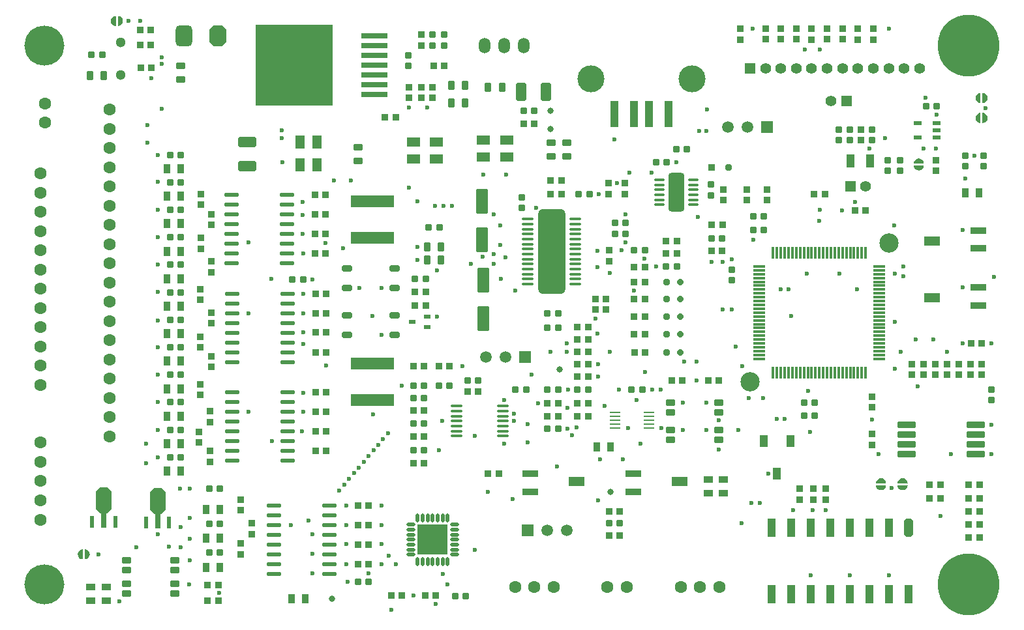
<source format=gts>
G04*
G04 #@! TF.GenerationSoftware,Altium Limited,Altium Designer,21.6.1 (37)*
G04*
G04 Layer_Color=8388736*
%FSLAX44Y44*%
%MOMM*%
G71*
G04*
G04 #@! TF.SameCoordinates,38397863-0F1A-4956-A7FE-9114BFC2A937*
G04*
G04*
G04 #@! TF.FilePolarity,Negative*
G04*
G01*
G75*
G04:AMPARAMS|DCode=21|XSize=3.2mm|YSize=1.6mm|CornerRadius=0.16mm|HoleSize=0mm|Usage=FLASHONLY|Rotation=90.000|XOffset=0mm|YOffset=0mm|HoleType=Round|Shape=RoundedRectangle|*
%AMROUNDEDRECTD21*
21,1,3.2000,1.2800,0,0,90.0*
21,1,2.8800,1.6000,0,0,90.0*
1,1,0.3200,0.6400,1.4400*
1,1,0.3200,0.6400,-1.4400*
1,1,0.3200,-0.6400,-1.4400*
1,1,0.3200,-0.6400,1.4400*
%
%ADD21ROUNDEDRECTD21*%
%ADD25R,5.7000X1.6000*%
%ADD29R,1.0000X3.4000*%
%ADD30P,0.8659X8X202.5*%
G04:AMPARAMS|DCode=31|XSize=0.8mm|YSize=0.8mm|CornerRadius=0.2mm|HoleSize=0mm|Usage=FLASHONLY|Rotation=180.000|XOffset=0mm|YOffset=0mm|HoleType=Round|Shape=RoundedRectangle|*
%AMROUNDEDRECTD31*
21,1,0.8000,0.4000,0,0,180.0*
21,1,0.4000,0.8000,0,0,180.0*
1,1,0.4000,-0.2000,0.2000*
1,1,0.4000,0.2000,0.2000*
1,1,0.4000,0.2000,-0.2000*
1,1,0.4000,-0.2000,-0.2000*
%
%ADD31ROUNDEDRECTD31*%
G04:AMPARAMS|DCode=32|XSize=0.5mm|YSize=1.8mm|CornerRadius=0.075mm|HoleSize=0mm|Usage=FLASHONLY|Rotation=90.000|XOffset=0mm|YOffset=0mm|HoleType=Round|Shape=RoundedRectangle|*
%AMROUNDEDRECTD32*
21,1,0.5000,1.6500,0,0,90.0*
21,1,0.3500,1.8000,0,0,90.0*
1,1,0.1500,0.8250,0.1750*
1,1,0.1500,0.8250,-0.1750*
1,1,0.1500,-0.8250,-0.1750*
1,1,0.1500,-0.8250,0.1750*
%
%ADD32ROUNDEDRECTD32*%
G04:AMPARAMS|DCode=33|XSize=2.44mm|YSize=1.13mm|CornerRadius=0mm|HoleSize=0mm|Usage=FLASHONLY|Rotation=270.000|XOffset=0mm|YOffset=0mm|HoleType=Round|Shape=Octagon|*
%AMOCTAGOND33*
4,1,8,-0.2825,-1.2200,0.2825,-1.2200,0.5650,-0.9375,0.5650,0.9375,0.2825,1.2200,-0.2825,1.2200,-0.5650,0.9375,-0.5650,-0.9375,-0.2825,-1.2200,0.0*
%
%ADD33OCTAGOND33*%

%ADD34R,1.1300X2.4400*%
G04:AMPARAMS|DCode=35|XSize=2mm|YSize=3.4mm|CornerRadius=0mm|HoleSize=0mm|Usage=FLASHONLY|Rotation=180.000|XOffset=0mm|YOffset=0mm|HoleType=Round|Shape=Octagon|*
%AMOCTAGOND35*
4,1,8,0.5000,-1.7000,-0.5000,-1.7000,-1.0000,-1.2000,-1.0000,1.2000,-0.5000,1.7000,0.5000,1.7000,1.0000,1.2000,1.0000,-1.2000,0.5000,-1.7000,0.0*
%
%ADD35OCTAGOND35*%

%ADD36R,0.6000X1.5000*%
%ADD37R,0.7000X2.0000*%
%ADD39R,10.0000X10.5500*%
%ADD40R,3.5000X0.8000*%
G04:AMPARAMS|DCode=41|XSize=0.3mm|YSize=1.5mm|CornerRadius=0.045mm|HoleSize=0mm|Usage=FLASHONLY|Rotation=270.000|XOffset=0mm|YOffset=0mm|HoleType=Round|Shape=RoundedRectangle|*
%AMROUNDEDRECTD41*
21,1,0.3000,1.4100,0,0,270.0*
21,1,0.2100,1.5000,0,0,270.0*
1,1,0.0900,-0.7050,-0.1050*
1,1,0.0900,-0.7050,0.1050*
1,1,0.0900,0.7050,0.1050*
1,1,0.0900,0.7050,-0.1050*
%
%ADD41ROUNDEDRECTD41*%
G04:AMPARAMS|DCode=42|XSize=11mm|YSize=3.5mm|CornerRadius=0.525mm|HoleSize=0mm|Usage=FLASHONLY|Rotation=270.000|XOffset=0mm|YOffset=0mm|HoleType=Round|Shape=RoundedRectangle|*
%AMROUNDEDRECTD42*
21,1,11.0000,2.4500,0,0,270.0*
21,1,9.9500,3.5000,0,0,270.0*
1,1,1.0500,-1.2250,-4.9750*
1,1,1.0500,-1.2250,4.9750*
1,1,1.0500,1.2250,4.9750*
1,1,1.0500,1.2250,-4.9750*
%
%ADD42ROUNDEDRECTD42*%
%ADD43R,1.0000X1.8000*%
G04:AMPARAMS|DCode=44|XSize=0.55mm|YSize=1.1mm|CornerRadius=0.055mm|HoleSize=0mm|Usage=FLASHONLY|Rotation=90.000|XOffset=0mm|YOffset=0mm|HoleType=Round|Shape=RoundedRectangle|*
%AMROUNDEDRECTD44*
21,1,0.5500,0.9900,0,0,90.0*
21,1,0.4400,1.1000,0,0,90.0*
1,1,0.1100,0.4950,0.2200*
1,1,0.1100,0.4950,-0.2200*
1,1,0.1100,-0.4950,-0.2200*
1,1,0.1100,-0.4950,0.2200*
%
%ADD44ROUNDEDRECTD44*%
G04:AMPARAMS|DCode=45|XSize=0.35mm|YSize=1.3mm|CornerRadius=0.0525mm|HoleSize=0mm|Usage=FLASHONLY|Rotation=90.000|XOffset=0mm|YOffset=0mm|HoleType=Round|Shape=RoundedRectangle|*
%AMROUNDEDRECTD45*
21,1,0.3500,1.1950,0,0,90.0*
21,1,0.2450,1.3000,0,0,90.0*
1,1,0.1050,0.5975,0.1225*
1,1,0.1050,0.5975,-0.1225*
1,1,0.1050,-0.5975,-0.1225*
1,1,0.1050,-0.5975,0.1225*
%
%ADD45ROUNDEDRECTD45*%
G04:AMPARAMS|DCode=46|XSize=5mm|YSize=2mm|CornerRadius=0.3mm|HoleSize=0mm|Usage=FLASHONLY|Rotation=90.000|XOffset=0mm|YOffset=0mm|HoleType=Round|Shape=RoundedRectangle|*
%AMROUNDEDRECTD46*
21,1,5.0000,1.4000,0,0,90.0*
21,1,4.4000,2.0000,0,0,90.0*
1,1,0.6000,0.7000,2.2000*
1,1,0.6000,0.7000,-2.2000*
1,1,0.6000,-0.7000,-2.2000*
1,1,0.6000,-0.7000,2.2000*
%
%ADD46ROUNDEDRECTD46*%
%ADD47C,0.2000*%
G04:AMPARAMS|DCode=48|XSize=0.25mm|YSize=1.3mm|CornerRadius=0.0375mm|HoleSize=0mm|Usage=FLASHONLY|Rotation=270.000|XOffset=0mm|YOffset=0mm|HoleType=Round|Shape=RoundedRectangle|*
%AMROUNDEDRECTD48*
21,1,0.2500,1.2250,0,0,270.0*
21,1,0.1750,1.3000,0,0,270.0*
1,1,0.0750,-0.6125,-0.0875*
1,1,0.0750,-0.6125,0.0875*
1,1,0.0750,0.6125,0.0875*
1,1,0.0750,0.6125,-0.0875*
%
%ADD48ROUNDEDRECTD48*%
G04:AMPARAMS|DCode=49|XSize=1mm|YSize=1.6mm|CornerRadius=0.1mm|HoleSize=0mm|Usage=FLASHONLY|Rotation=0.000|XOffset=0mm|YOffset=0mm|HoleType=Round|Shape=RoundedRectangle|*
%AMROUNDEDRECTD49*
21,1,1.0000,1.4000,0,0,0.0*
21,1,0.8000,1.6000,0,0,0.0*
1,1,0.2000,0.4000,-0.7000*
1,1,0.2000,-0.4000,-0.7000*
1,1,0.2000,-0.4000,0.7000*
1,1,0.2000,0.4000,0.7000*
%
%ADD49ROUNDEDRECTD49*%
%ADD50R,2.0000X0.9000*%
%ADD51R,2.0000X1.3000*%
G04:AMPARAMS|DCode=52|XSize=0.8mm|YSize=1.2mm|CornerRadius=0.12mm|HoleSize=0mm|Usage=FLASHONLY|Rotation=270.000|XOffset=0mm|YOffset=0mm|HoleType=Round|Shape=RoundedRectangle|*
%AMROUNDEDRECTD52*
21,1,0.8000,0.9600,0,0,270.0*
21,1,0.5600,1.2000,0,0,270.0*
1,1,0.2400,-0.4800,-0.2800*
1,1,0.2400,-0.4800,0.2800*
1,1,0.2400,0.4800,0.2800*
1,1,0.2400,0.4800,-0.2800*
%
%ADD52ROUNDEDRECTD52*%
G04:AMPARAMS|DCode=54|XSize=2.159mm|YSize=2.743mm|CornerRadius=0mm|HoleSize=0mm|Usage=FLASHONLY|Rotation=180.000|XOffset=0mm|YOffset=0mm|HoleType=Round|Shape=Octagon|*
%AMOCTAGOND54*
4,1,8,0.5397,-1.3715,-0.5397,-1.3715,-1.0795,-0.8317,-1.0795,0.8317,-0.5397,1.3715,0.5397,1.3715,1.0795,0.8317,1.0795,-0.8317,0.5397,-1.3715,0.0*
%
%ADD54OCTAGOND54*%

G04:AMPARAMS|DCode=55|XSize=2.159mm|YSize=2.743mm|CornerRadius=0.5397mm|HoleSize=0mm|Usage=FLASHONLY|Rotation=180.000|XOffset=0mm|YOffset=0mm|HoleType=Round|Shape=RoundedRectangle|*
%AMROUNDEDRECTD55*
21,1,2.1590,1.6635,0,0,180.0*
21,1,1.0795,2.7430,0,0,180.0*
1,1,1.0795,-0.5397,0.8317*
1,1,1.0795,0.5397,0.8317*
1,1,1.0795,0.5397,-0.8317*
1,1,1.0795,-0.5397,-0.8317*
%
%ADD55ROUNDEDRECTD55*%
%ADD60P,0.9742X8X202.5*%
G04:AMPARAMS|DCode=61|XSize=0.9mm|YSize=0.9mm|CornerRadius=0.135mm|HoleSize=0mm|Usage=FLASHONLY|Rotation=180.000|XOffset=0mm|YOffset=0mm|HoleType=Round|Shape=RoundedRectangle|*
%AMROUNDEDRECTD61*
21,1,0.9000,0.6300,0,0,180.0*
21,1,0.6300,0.9000,0,0,180.0*
1,1,0.2700,-0.3150,0.3150*
1,1,0.2700,0.3150,0.3150*
1,1,0.2700,0.3150,-0.3150*
1,1,0.2700,-0.3150,-0.3150*
%
%ADD61ROUNDEDRECTD61*%
%ADD62R,1.7000X1.3000*%
G04:AMPARAMS|DCode=63|XSize=0.55mm|YSize=0.9mm|CornerRadius=0.055mm|HoleSize=0mm|Usage=FLASHONLY|Rotation=90.000|XOffset=0mm|YOffset=0mm|HoleType=Round|Shape=RoundedRectangle|*
%AMROUNDEDRECTD63*
21,1,0.5500,0.7900,0,0,90.0*
21,1,0.4400,0.9000,0,0,90.0*
1,1,0.1100,0.3950,0.2200*
1,1,0.1100,0.3950,-0.2200*
1,1,0.1100,-0.3950,-0.2200*
1,1,0.1100,-0.3950,0.2200*
%
%ADD63ROUNDEDRECTD63*%
G04:AMPARAMS|DCode=64|XSize=0.8mm|YSize=1.3mm|CornerRadius=0.12mm|HoleSize=0mm|Usage=FLASHONLY|Rotation=90.000|XOffset=0mm|YOffset=0mm|HoleType=Round|Shape=RoundedRectangle|*
%AMROUNDEDRECTD64*
21,1,0.8000,1.0600,0,0,90.0*
21,1,0.5600,1.3000,0,0,90.0*
1,1,0.2400,0.5300,0.2800*
1,1,0.2400,0.5300,-0.2800*
1,1,0.2400,-0.5300,-0.2800*
1,1,0.2400,-0.5300,0.2800*
%
%ADD64ROUNDEDRECTD64*%
%ADD67R,1.3000X1.7000*%
%ADD69C,2.5000*%
%ADD70R,0.8500X0.9000*%
%ADD71R,0.9000X0.8500*%
G04:AMPARAMS|DCode=72|XSize=0.85mm|YSize=0.85mm|CornerRadius=0.125mm|HoleSize=0mm|Usage=FLASHONLY|Rotation=270.000|XOffset=0mm|YOffset=0mm|HoleType=Round|Shape=RoundedRectangle|*
%AMROUNDEDRECTD72*
21,1,0.8500,0.6000,0,0,270.0*
21,1,0.6000,0.8500,0,0,270.0*
1,1,0.2500,-0.3000,-0.3000*
1,1,0.2500,-0.3000,0.3000*
1,1,0.2500,0.3000,0.3000*
1,1,0.2500,0.3000,-0.3000*
%
%ADD72ROUNDEDRECTD72*%
%ADD73O,1.1400X0.5100*%
%ADD74O,0.5100X1.1400*%
%ADD75R,4.0000X4.0000*%
G04:AMPARAMS|DCode=76|XSize=1.2mm|YSize=0.9mm|CornerRadius=0.13mm|HoleSize=0mm|Usage=FLASHONLY|Rotation=90.000|XOffset=0mm|YOffset=0mm|HoleType=Round|Shape=RoundedRectangle|*
%AMROUNDEDRECTD76*
21,1,1.2000,0.6400,0,0,90.0*
21,1,0.9400,0.9000,0,0,90.0*
1,1,0.2600,0.3200,0.4700*
1,1,0.2600,0.3200,-0.4700*
1,1,0.2600,-0.3200,-0.4700*
1,1,0.2600,-0.3200,0.4700*
%
%ADD76ROUNDEDRECTD76*%
G04:AMPARAMS|DCode=77|XSize=0.8mm|YSize=2.4mm|CornerRadius=0.12mm|HoleSize=0mm|Usage=FLASHONLY|Rotation=270.000|XOffset=0mm|YOffset=0mm|HoleType=Round|Shape=RoundedRectangle|*
%AMROUNDEDRECTD77*
21,1,0.8000,2.1600,0,0,270.0*
21,1,0.5600,2.4000,0,0,270.0*
1,1,0.2400,-1.0800,-0.2800*
1,1,0.2400,-1.0800,0.2800*
1,1,0.2400,1.0800,0.2800*
1,1,0.2400,1.0800,-0.2800*
%
%ADD77ROUNDEDRECTD77*%
%ADD78C,0.4032*%
%ADD79R,1.3000X0.9000*%
G04:AMPARAMS|DCode=80|XSize=1.3mm|YSize=2.4mm|CornerRadius=0.17mm|HoleSize=0mm|Usage=FLASHONLY|Rotation=270.000|XOffset=0mm|YOffset=0mm|HoleType=Round|Shape=RoundedRectangle|*
%AMROUNDEDRECTD80*
21,1,1.3000,2.0600,0,0,270.0*
21,1,0.9600,2.4000,0,0,270.0*
1,1,0.3400,-1.0300,-0.4800*
1,1,0.3400,-1.0300,0.4800*
1,1,0.3400,1.0300,0.4800*
1,1,0.3400,1.0300,-0.4800*
%
%ADD80ROUNDEDRECTD80*%
G04:AMPARAMS|DCode=81|XSize=0.85mm|YSize=0.85mm|CornerRadius=0.125mm|HoleSize=0mm|Usage=FLASHONLY|Rotation=180.000|XOffset=0mm|YOffset=0mm|HoleType=Round|Shape=RoundedRectangle|*
%AMROUNDEDRECTD81*
21,1,0.8500,0.6000,0,0,180.0*
21,1,0.6000,0.8500,0,0,180.0*
1,1,0.2500,-0.3000,0.3000*
1,1,0.2500,0.3000,0.3000*
1,1,0.2500,0.3000,-0.3000*
1,1,0.2500,-0.3000,-0.3000*
%
%ADD81ROUNDEDRECTD81*%
%ADD82C,0.8000*%
%ADD83O,1.5900X0.3900*%
%ADD84O,0.3900X1.5900*%
%ADD85R,0.9000X1.3000*%
G04:AMPARAMS|DCode=86|XSize=1.2mm|YSize=0.9mm|CornerRadius=0.13mm|HoleSize=0mm|Usage=FLASHONLY|Rotation=0.000|XOffset=0mm|YOffset=0mm|HoleType=Round|Shape=RoundedRectangle|*
%AMROUNDEDRECTD86*
21,1,1.2000,0.6400,0,0,0.0*
21,1,0.9400,0.9000,0,0,0.0*
1,1,0.2600,0.4700,-0.3200*
1,1,0.2600,-0.4700,-0.3200*
1,1,0.2600,-0.4700,0.3200*
1,1,0.2600,0.4700,0.3200*
%
%ADD86ROUNDEDRECTD86*%
G04:AMPARAMS|DCode=87|XSize=1.3mm|YSize=2.4mm|CornerRadius=0.17mm|HoleSize=0mm|Usage=FLASHONLY|Rotation=180.000|XOffset=0mm|YOffset=0mm|HoleType=Round|Shape=RoundedRectangle|*
%AMROUNDEDRECTD87*
21,1,1.3000,2.0600,0,0,180.0*
21,1,0.9600,2.4000,0,0,180.0*
1,1,0.3400,-0.4800,1.0300*
1,1,0.3400,0.4800,1.0300*
1,1,0.3400,0.4800,-1.0300*
1,1,0.3400,-0.4800,-1.0300*
%
%ADD87ROUNDEDRECTD87*%
%ADD88C,0.6000*%
%ADD89C,5.2000*%
%ADD90C,3.5000*%
%ADD91C,1.4000*%
%ADD92R,1.4000X1.4000*%
%ADD93R,1.5000X1.5000*%
%ADD94C,1.5000*%
%ADD95O,1.5000X2.0000*%
%ADD96C,1.6000*%
%ADD97C,8.0000*%
%ADD98C,1.3000*%
G36*
X142730Y788334D02*
X142730Y775500D01*
X142489Y775499D01*
X142008Y775535D01*
X141531Y775608D01*
X141061Y775718D01*
X140831Y775791D01*
X140831Y775790D01*
X139675Y776140D01*
X137773Y777629D01*
X136537Y779705D01*
X136136Y782087D01*
X136380Y783270D01*
Y783270D01*
X136562Y784381D01*
X137699Y786323D01*
X139459Y787727D01*
X141606Y788404D01*
X142730Y788334D01*
D02*
G37*
G36*
X148540Y787727D02*
X150300Y786323D01*
X151438Y784381D01*
X151620Y783270D01*
X151620Y783270D01*
X151864Y782087D01*
X151463Y779705D01*
X150227Y777629D01*
X148325Y776141D01*
X147169Y775791D01*
X147169Y775791D01*
X146939Y775718D01*
X146469Y775608D01*
X145992Y775535D01*
X145511Y775499D01*
X145270Y775500D01*
X145270Y788334D01*
X146394Y788404D01*
X148540Y787727D01*
D02*
G37*
G36*
X1265269Y688334D02*
X1265270Y675500D01*
X1265029Y675499D01*
X1264548Y675535D01*
X1264071Y675608D01*
X1263601Y675718D01*
X1263371Y675791D01*
X1263371Y675790D01*
X1262215Y676140D01*
X1260313Y677629D01*
X1259077Y679705D01*
X1258676Y682087D01*
X1258920Y683270D01*
Y683270D01*
X1259102Y684381D01*
X1260240Y686323D01*
X1262000Y687727D01*
X1264146Y688404D01*
X1265269Y688334D01*
D02*
G37*
G36*
X1271080Y687727D02*
X1272840Y686323D01*
X1273978Y684381D01*
X1274160Y683270D01*
X1274160Y683270D01*
X1274404Y682087D01*
X1274003Y679705D01*
X1272767Y677629D01*
X1270865Y676141D01*
X1269709Y675791D01*
X1269709Y675791D01*
X1269479Y675718D01*
X1269009Y675608D01*
X1268532Y675535D01*
X1268051Y675499D01*
X1267810Y675500D01*
X1267810Y688334D01*
X1268934Y688404D01*
X1271080Y687727D01*
D02*
G37*
G36*
X1265270Y662334D02*
X1265270Y649500D01*
X1265029Y649499D01*
X1264548Y649535D01*
X1264071Y649608D01*
X1263601Y649718D01*
X1263371Y649791D01*
X1263371Y649790D01*
X1262215Y650140D01*
X1260313Y651629D01*
X1259077Y653705D01*
X1258676Y656087D01*
X1258920Y657270D01*
Y657270D01*
X1259102Y658381D01*
X1260240Y660323D01*
X1262000Y661727D01*
X1264146Y662404D01*
X1265270Y662334D01*
D02*
G37*
G36*
X1271080Y661727D02*
X1272840Y660323D01*
X1273978Y658381D01*
X1274160Y657270D01*
X1274160Y657270D01*
X1274404Y656087D01*
X1274003Y653705D01*
X1272767Y651629D01*
X1270865Y650141D01*
X1269709Y649791D01*
X1269709Y649791D01*
X1269479Y649718D01*
X1269009Y649608D01*
X1268532Y649535D01*
X1268051Y649499D01*
X1267810Y649500D01*
X1267810Y662334D01*
X1268934Y662404D01*
X1271080Y661727D01*
D02*
G37*
G36*
X1187295Y603003D02*
X1189371Y601768D01*
X1190859Y599865D01*
X1191209Y598709D01*
X1191209Y598709D01*
X1191282Y598479D01*
X1191392Y598009D01*
X1191465Y597532D01*
X1191501Y597051D01*
X1191500Y596810D01*
X1178666Y596810D01*
X1178596Y597934D01*
X1179273Y600080D01*
X1180677Y601840D01*
X1182619Y602978D01*
X1183730Y603160D01*
X1183730Y603160D01*
X1184913Y603404D01*
X1187295Y603003D01*
D02*
G37*
G36*
X1191501Y594029D02*
X1191465Y593548D01*
X1191392Y593071D01*
X1191282Y592601D01*
X1191209Y592371D01*
X1191210Y592371D01*
X1190860Y591215D01*
X1189371Y589313D01*
X1187295Y588077D01*
X1184913Y587676D01*
X1183730Y587920D01*
X1183730D01*
X1182619Y588102D01*
X1180677Y589240D01*
X1179273Y590999D01*
X1178596Y593146D01*
X1178666Y594269D01*
X1191500Y594270D01*
X1191501Y594029D01*
D02*
G37*
G36*
X1166295Y187463D02*
X1168371Y186227D01*
X1169859Y184325D01*
X1170209Y183169D01*
X1170209Y183169D01*
X1170282Y182939D01*
X1170392Y182469D01*
X1170465Y181992D01*
X1170501Y181511D01*
X1170500Y181270D01*
X1157666Y181270D01*
X1157596Y182394D01*
X1158273Y184540D01*
X1159677Y186300D01*
X1161619Y187438D01*
X1162730Y187620D01*
X1162730Y187620D01*
X1163913Y187864D01*
X1166295Y187463D01*
D02*
G37*
G36*
X1138295D02*
X1140371Y186227D01*
X1141859Y184325D01*
X1142209Y183169D01*
X1142209Y183169D01*
X1142282Y182939D01*
X1142392Y182469D01*
X1142465Y181992D01*
X1142501Y181511D01*
X1142500Y181270D01*
X1129666Y181270D01*
X1129596Y182394D01*
X1130273Y184540D01*
X1131677Y186300D01*
X1133619Y187438D01*
X1134730Y187620D01*
X1134730Y187620D01*
X1135913Y187864D01*
X1138295Y187463D01*
D02*
G37*
G36*
X1170501Y178489D02*
X1170465Y178008D01*
X1170392Y177531D01*
X1170282Y177061D01*
X1170209Y176831D01*
X1170210Y176831D01*
X1169860Y175675D01*
X1168371Y173773D01*
X1166295Y172537D01*
X1163913Y172136D01*
X1162730Y172380D01*
X1162730D01*
X1161619Y172562D01*
X1159677Y173700D01*
X1158273Y175459D01*
X1157596Y177606D01*
X1157666Y178729D01*
X1170500Y178730D01*
X1170501Y178489D01*
D02*
G37*
G36*
X1142501D02*
X1142465Y178008D01*
X1142392Y177531D01*
X1142282Y177061D01*
X1142209Y176831D01*
X1142210Y176831D01*
X1141860Y175675D01*
X1140371Y173773D01*
X1138295Y172537D01*
X1135913Y172136D01*
X1134730Y172380D01*
X1134730D01*
X1133619Y172562D01*
X1131677Y173700D01*
X1130273Y175459D01*
X1129596Y177606D01*
X1129666Y178729D01*
X1142500Y178730D01*
X1142501Y178489D01*
D02*
G37*
G36*
X99729Y95334D02*
X99730Y82500D01*
X99489Y82499D01*
X99008Y82535D01*
X98531Y82608D01*
X98061Y82718D01*
X97831Y82791D01*
X97831Y82790D01*
X96675Y83140D01*
X94773Y84629D01*
X93537Y86705D01*
X93136Y89087D01*
X93380Y90270D01*
Y90270D01*
X93562Y91381D01*
X94700Y93323D01*
X96459Y94727D01*
X98606Y95404D01*
X99729Y95334D01*
D02*
G37*
G36*
X105541Y94727D02*
X107300Y93323D01*
X108438Y91381D01*
X108620Y90270D01*
X108620Y90270D01*
X108864Y89087D01*
X108463Y86705D01*
X107227Y84629D01*
X105325Y83141D01*
X104169Y82791D01*
X104169Y82791D01*
X103939Y82718D01*
X103469Y82608D01*
X102992Y82535D01*
X102511Y82499D01*
X102270Y82500D01*
X102270Y95334D01*
X103394Y95404D01*
X105541Y94727D01*
D02*
G37*
D21*
X619500Y445000D02*
D03*
Y395000D02*
D03*
X618000Y548000D02*
D03*
Y498000D02*
D03*
D25*
X476000Y547500D02*
D03*
Y500500D02*
D03*
Y336500D02*
D03*
Y289500D02*
D03*
D29*
X860000Y661000D02*
D03*
X790000D02*
D03*
X815000D02*
D03*
X835000D02*
D03*
D30*
X875000Y443000D02*
D03*
Y351000D02*
D03*
Y420333D02*
D03*
Y398000D02*
D03*
Y375000D02*
D03*
D31*
X858000Y443000D02*
D03*
Y351000D02*
D03*
Y420333D02*
D03*
Y398000D02*
D03*
Y375000D02*
D03*
D32*
X365000Y556150D02*
D03*
X293000D02*
D03*
X365000Y543450D02*
D03*
X293000D02*
D03*
Y530750D02*
D03*
X365000D02*
D03*
X293000Y518050D02*
D03*
X365000D02*
D03*
X293000Y505350D02*
D03*
X365000D02*
D03*
X293000Y492650D02*
D03*
X365000D02*
D03*
X293000Y479950D02*
D03*
X365000D02*
D03*
X293000Y467250D02*
D03*
X365000D02*
D03*
X366000Y210500D02*
D03*
X294000D02*
D03*
X366000Y223200D02*
D03*
X294000D02*
D03*
X366000Y235900D02*
D03*
X294000D02*
D03*
X366000Y248600D02*
D03*
X294000D02*
D03*
X366000Y261300D02*
D03*
X294000D02*
D03*
X366000Y274000D02*
D03*
X294000D02*
D03*
Y286700D02*
D03*
X366000D02*
D03*
X294000Y299400D02*
D03*
X366000D02*
D03*
Y427450D02*
D03*
X294000D02*
D03*
X366000Y414750D02*
D03*
X294000D02*
D03*
Y402050D02*
D03*
X366000D02*
D03*
X294000Y389350D02*
D03*
X366000D02*
D03*
X294000Y376650D02*
D03*
X366000D02*
D03*
X294000Y363950D02*
D03*
X366000D02*
D03*
X294000Y351250D02*
D03*
X366000D02*
D03*
X294000Y338550D02*
D03*
X366000D02*
D03*
X420000Y63350D02*
D03*
X348000D02*
D03*
X420000Y76050D02*
D03*
X348000D02*
D03*
X420000Y88750D02*
D03*
X348000D02*
D03*
X420000Y101450D02*
D03*
X348000D02*
D03*
X420000Y114150D02*
D03*
X348000D02*
D03*
X420000Y126850D02*
D03*
X348000D02*
D03*
Y139550D02*
D03*
X420000D02*
D03*
X348000Y152250D02*
D03*
X420000D02*
D03*
D33*
X1171800Y123000D02*
D03*
D34*
X1146400D02*
D03*
X1121000D02*
D03*
X1095600D02*
D03*
X1070200D02*
D03*
X1044800D02*
D03*
X1019400D02*
D03*
X994000D02*
D03*
X1171800Y37000D02*
D03*
X1146400D02*
D03*
X1121000D02*
D03*
X1095600D02*
D03*
X1070200D02*
D03*
X1044800D02*
D03*
X1019400D02*
D03*
X994000D02*
D03*
D35*
X197000Y158000D02*
D03*
X127000Y159000D02*
D03*
D36*
X212000Y130000D02*
D03*
X182000D02*
D03*
X112000Y131000D02*
D03*
X142000D02*
D03*
D37*
X197000Y132500D02*
D03*
X127000Y133500D02*
D03*
D39*
X374000Y724900D02*
D03*
D40*
X478000Y763000D02*
D03*
Y750300D02*
D03*
Y737600D02*
D03*
Y724900D02*
D03*
Y712200D02*
D03*
Y699500D02*
D03*
Y686800D02*
D03*
D41*
X739400Y440000D02*
D03*
Y446500D02*
D03*
Y453000D02*
D03*
Y459500D02*
D03*
Y466000D02*
D03*
Y472500D02*
D03*
Y479000D02*
D03*
Y485500D02*
D03*
Y492000D02*
D03*
Y498500D02*
D03*
Y505000D02*
D03*
Y511500D02*
D03*
Y518000D02*
D03*
Y524500D02*
D03*
X677400Y440000D02*
D03*
Y446500D02*
D03*
Y453000D02*
D03*
Y459500D02*
D03*
Y466000D02*
D03*
Y472500D02*
D03*
Y479000D02*
D03*
Y485500D02*
D03*
Y492000D02*
D03*
Y498500D02*
D03*
Y505000D02*
D03*
Y511500D02*
D03*
Y518000D02*
D03*
Y524500D02*
D03*
X645000Y242500D02*
D03*
Y249000D02*
D03*
Y255500D02*
D03*
Y262000D02*
D03*
Y268500D02*
D03*
Y275000D02*
D03*
Y281500D02*
D03*
X585000Y242500D02*
D03*
Y249000D02*
D03*
Y255500D02*
D03*
Y262000D02*
D03*
Y268500D02*
D03*
Y275000D02*
D03*
Y281500D02*
D03*
D42*
X708400Y482250D02*
D03*
D43*
X1096500Y600000D02*
D03*
X1121500D02*
D03*
D44*
X1184000Y630500D02*
D03*
Y649500D02*
D03*
X1208000D02*
D03*
Y640000D02*
D03*
Y630500D02*
D03*
D45*
X892000Y562500D02*
D03*
Y569000D02*
D03*
Y575500D02*
D03*
Y556000D02*
D03*
X848000D02*
D03*
Y562500D02*
D03*
Y569000D02*
D03*
Y575500D02*
D03*
Y549500D02*
D03*
Y543000D02*
D03*
X892000D02*
D03*
Y549500D02*
D03*
D46*
X870000Y559250D02*
D03*
D47*
X1136000Y175540D02*
D03*
X139540Y782000D02*
D03*
X1262080Y656000D02*
D03*
X1185000Y591080D02*
D03*
X1262080Y682000D02*
D03*
X1164000Y175540D02*
D03*
X96540Y89000D02*
D03*
D48*
X791000Y273000D02*
D03*
Y268000D02*
D03*
Y263000D02*
D03*
Y258000D02*
D03*
Y253000D02*
D03*
X835000Y273000D02*
D03*
Y268000D02*
D03*
Y263000D02*
D03*
Y258000D02*
D03*
Y253000D02*
D03*
D49*
X1001000Y194000D02*
D03*
X1018500Y236000D02*
D03*
X983500D02*
D03*
D50*
X1262000Y435750D02*
D03*
Y412250D02*
D03*
X814588Y193750D02*
D03*
Y170250D02*
D03*
X681000D02*
D03*
Y193750D02*
D03*
X1262000Y486250D02*
D03*
Y509750D02*
D03*
D51*
X1202000Y422250D02*
D03*
X874588Y183750D02*
D03*
X741000D02*
D03*
X1202000Y496250D02*
D03*
D52*
X925501Y286000D02*
D03*
Y273300D02*
D03*
X862501D02*
D03*
Y286000D02*
D03*
X219499Y68651D02*
D03*
Y81351D02*
D03*
X156499D02*
D03*
Y68651D02*
D03*
Y37651D02*
D03*
Y50351D02*
D03*
X219499D02*
D03*
Y37651D02*
D03*
X862501Y250349D02*
D03*
Y237649D02*
D03*
X925501D02*
D03*
Y250349D02*
D03*
D54*
X275100Y762500D02*
D03*
D55*
X230900D02*
D03*
D60*
X938000Y592000D02*
D03*
D61*
X916000D02*
D03*
D62*
X620000Y605000D02*
D03*
X650000D02*
D03*
X620000Y627000D02*
D03*
X650000D02*
D03*
X529000Y603000D02*
D03*
X559000D02*
D03*
X529000Y625000D02*
D03*
X559000D02*
D03*
D63*
X546500Y384502D02*
D03*
Y397502D02*
D03*
X527500Y391002D02*
D03*
D64*
X443000Y435300D02*
D03*
Y460700D02*
D03*
X505000D02*
D03*
Y435300D02*
D03*
Y374300D02*
D03*
Y399700D02*
D03*
X443000D02*
D03*
Y374300D02*
D03*
D67*
X404000Y595000D02*
D03*
Y625000D02*
D03*
X382000Y595000D02*
D03*
Y625000D02*
D03*
D69*
X966000Y313000D02*
D03*
X1146000Y493000D02*
D03*
D70*
X756000Y268000D02*
D03*
X742000D02*
D03*
X531000Y412000D02*
D03*
X545000D02*
D03*
X717000Y268000D02*
D03*
X703000D02*
D03*
X531000Y429625D02*
D03*
X545000D02*
D03*
X779000Y407000D02*
D03*
X765000D02*
D03*
X188000Y770000D02*
D03*
X174000D02*
D03*
X1264000Y179000D02*
D03*
X1250000D02*
D03*
Y161333D02*
D03*
X1264000D02*
D03*
X1253000Y363000D02*
D03*
X1267000D02*
D03*
X857000Y496000D02*
D03*
X871000D02*
D03*
Y479625D02*
D03*
X857000D02*
D03*
X1250000Y111000D02*
D03*
X1264000D02*
D03*
Y127778D02*
D03*
X1250000D02*
D03*
Y144556D02*
D03*
X1264000D02*
D03*
X1213000Y161333D02*
D03*
X1199000D02*
D03*
Y179000D02*
D03*
X1213000D02*
D03*
X829500Y420333D02*
D03*
X815500D02*
D03*
Y397667D02*
D03*
X829500D02*
D03*
Y375000D02*
D03*
X815500D02*
D03*
Y443000D02*
D03*
X829500D02*
D03*
X506000Y657000D02*
D03*
X492000D02*
D03*
X555050Y724000D02*
D03*
X569050D02*
D03*
X416000Y223000D02*
D03*
X402000D02*
D03*
Y249000D02*
D03*
X416000D02*
D03*
Y274000D02*
D03*
X402000D02*
D03*
Y299400D02*
D03*
X416000D02*
D03*
X471000Y76000D02*
D03*
X457000D02*
D03*
Y101650D02*
D03*
X471000D02*
D03*
Y127000D02*
D03*
X457000D02*
D03*
Y152450D02*
D03*
X471000D02*
D03*
X416000Y427450D02*
D03*
X402000D02*
D03*
Y402000D02*
D03*
X416000D02*
D03*
Y377000D02*
D03*
X402000D02*
D03*
Y351000D02*
D03*
X416000D02*
D03*
X415000Y556150D02*
D03*
X401000D02*
D03*
Y530750D02*
D03*
X415000D02*
D03*
Y505350D02*
D03*
X401000D02*
D03*
X400950Y479650D02*
D03*
X414950D02*
D03*
X189000Y721000D02*
D03*
X175000D02*
D03*
X528950Y242000D02*
D03*
X542950D02*
D03*
X528950Y207000D02*
D03*
X542950D02*
D03*
X717000Y285000D02*
D03*
X703000D02*
D03*
X742000D02*
D03*
X756000D02*
D03*
X528950Y275437D02*
D03*
X542950D02*
D03*
X797000Y113000D02*
D03*
X783000D02*
D03*
X543000Y333000D02*
D03*
X529000D02*
D03*
X783000Y145000D02*
D03*
X797000D02*
D03*
X576000Y333000D02*
D03*
X562000D02*
D03*
X640000Y194000D02*
D03*
X626000D02*
D03*
X742000Y384000D02*
D03*
X756000D02*
D03*
X765000Y421000D02*
D03*
X779000D02*
D03*
X829500Y462000D02*
D03*
X815500D02*
D03*
X707000Y575000D02*
D03*
X721000D02*
D03*
X755900Y368000D02*
D03*
X741900D02*
D03*
X707000Y557000D02*
D03*
X721000D02*
D03*
X742000Y336000D02*
D03*
X756000D02*
D03*
X742000Y320000D02*
D03*
X756000D02*
D03*
X1116000Y536000D02*
D03*
X1102000D02*
D03*
X1049000Y557000D02*
D03*
X1063000D02*
D03*
X930050Y517000D02*
D03*
X916050D02*
D03*
X262000Y49000D02*
D03*
X276000D02*
D03*
X755900Y352000D02*
D03*
X741900D02*
D03*
X276000Y28651D02*
D03*
X262000D02*
D03*
X878300Y315000D02*
D03*
X864300D02*
D03*
X925501D02*
D03*
X911501D02*
D03*
X599000Y300000D02*
D03*
X613000D02*
D03*
X500000Y35000D02*
D03*
X514000D02*
D03*
X544000D02*
D03*
X558000D02*
D03*
X672000Y648000D02*
D03*
X686000D02*
D03*
X174000Y751000D02*
D03*
X188000D02*
D03*
X916000Y483000D02*
D03*
X930000D02*
D03*
X830000Y351000D02*
D03*
X816000D02*
D03*
D71*
X1109917Y641000D02*
D03*
Y627000D02*
D03*
X1251833Y336000D02*
D03*
Y322000D02*
D03*
X1106000Y757995D02*
D03*
Y771995D02*
D03*
X1066000Y772000D02*
D03*
Y758000D02*
D03*
X1006000D02*
D03*
Y772000D02*
D03*
X986000D02*
D03*
Y758000D02*
D03*
X953000Y757995D02*
D03*
Y771995D02*
D03*
X1046000D02*
D03*
Y757995D02*
D03*
X1267000Y322000D02*
D03*
Y336000D02*
D03*
X1124000Y280000D02*
D03*
Y294000D02*
D03*
Y245000D02*
D03*
Y231000D02*
D03*
X1176000Y322000D02*
D03*
Y336000D02*
D03*
X962000Y549000D02*
D03*
Y563000D02*
D03*
X1030000Y174000D02*
D03*
Y160000D02*
D03*
X1048000D02*
D03*
Y174000D02*
D03*
X539000Y764000D02*
D03*
Y750000D02*
D03*
Y682000D02*
D03*
Y696000D02*
D03*
X554000D02*
D03*
Y682000D02*
D03*
X523000Y696000D02*
D03*
Y682000D02*
D03*
X252000Y309800D02*
D03*
Y295800D02*
D03*
Y419400D02*
D03*
Y433400D02*
D03*
X265002Y275000D02*
D03*
Y261000D02*
D03*
X267000Y389000D02*
D03*
Y403000D02*
D03*
X251000Y248000D02*
D03*
Y234000D02*
D03*
X252000Y357600D02*
D03*
Y371600D02*
D03*
X265002Y223000D02*
D03*
Y209000D02*
D03*
X267000Y332200D02*
D03*
Y346200D02*
D03*
X305000Y160000D02*
D03*
Y146000D02*
D03*
X253000Y543000D02*
D03*
Y557000D02*
D03*
X319000Y129000D02*
D03*
Y115000D02*
D03*
X267000Y517000D02*
D03*
Y531000D02*
D03*
X305000Y103000D02*
D03*
Y89000D02*
D03*
X253000Y486000D02*
D03*
Y500000D02*
D03*
X267000Y469400D02*
D03*
Y455400D02*
D03*
X783000Y484000D02*
D03*
Y470000D02*
D03*
X931000Y549000D02*
D03*
Y563000D02*
D03*
X1126000Y771995D02*
D03*
Y757995D02*
D03*
X988400Y563000D02*
D03*
Y549000D02*
D03*
X1207000Y601050D02*
D03*
Y587050D02*
D03*
X1064000Y174000D02*
D03*
Y160000D02*
D03*
X803150Y557200D02*
D03*
Y571200D02*
D03*
X782000Y557200D02*
D03*
Y571200D02*
D03*
X1206333Y322000D02*
D03*
Y336000D02*
D03*
X1191167D02*
D03*
Y322000D02*
D03*
X1221500Y336000D02*
D03*
Y322000D02*
D03*
X1236667D02*
D03*
Y336000D02*
D03*
X1026000Y772000D02*
D03*
Y758000D02*
D03*
X1086000D02*
D03*
Y772000D02*
D03*
D72*
X1124000Y627000D02*
D03*
Y641000D02*
D03*
X553750Y750000D02*
D03*
Y764000D02*
D03*
X915000Y555500D02*
D03*
Y569500D02*
D03*
X1161000Y601000D02*
D03*
Y587000D02*
D03*
X1081000Y641000D02*
D03*
Y627000D02*
D03*
X670000Y539000D02*
D03*
Y553000D02*
D03*
X569000Y750000D02*
D03*
Y764000D02*
D03*
X522750Y723600D02*
D03*
Y737600D02*
D03*
X1269000Y607000D02*
D03*
Y593000D02*
D03*
X1245000Y607000D02*
D03*
Y593000D02*
D03*
X1145000Y601000D02*
D03*
Y587000D02*
D03*
X1095333Y641000D02*
D03*
Y627000D02*
D03*
X942000Y459000D02*
D03*
Y445000D02*
D03*
X1279000Y303000D02*
D03*
Y289000D02*
D03*
D73*
X582500Y101500D02*
D03*
Y127500D02*
D03*
X525500D02*
D03*
Y121000D02*
D03*
Y114500D02*
D03*
Y108000D02*
D03*
Y101500D02*
D03*
Y95000D02*
D03*
Y88500D02*
D03*
X582500D02*
D03*
Y95000D02*
D03*
Y108000D02*
D03*
Y114500D02*
D03*
Y121000D02*
D03*
D74*
X534500Y79500D02*
D03*
X541000D02*
D03*
X547500D02*
D03*
X554000D02*
D03*
X560500D02*
D03*
X567000D02*
D03*
X573500D02*
D03*
Y136500D02*
D03*
X567000D02*
D03*
X560500D02*
D03*
X554000D02*
D03*
X547500D02*
D03*
X541000D02*
D03*
X534500D02*
D03*
D75*
X554000Y108000D02*
D03*
D76*
X127000Y711000D02*
D03*
X109000D02*
D03*
X547000Y471000D02*
D03*
X565000D02*
D03*
X578000Y675750D02*
D03*
X596000D02*
D03*
X547000Y488000D02*
D03*
X565000D02*
D03*
X578000Y697900D02*
D03*
X596000D02*
D03*
X644000Y696000D02*
D03*
X626000D02*
D03*
D77*
X1169000Y257200D02*
D03*
Y231800D02*
D03*
Y244500D02*
D03*
Y219100D02*
D03*
X1259000D02*
D03*
Y244500D02*
D03*
Y231800D02*
D03*
Y257200D02*
D03*
D78*
X1136000Y184460D02*
D03*
X148460Y782000D02*
D03*
X1271000Y656000D02*
D03*
X1185000Y600000D02*
D03*
X1271000Y682000D02*
D03*
X1164000Y184460D02*
D03*
X105460Y89000D02*
D03*
D79*
X931000Y168000D02*
D03*
Y186000D02*
D03*
X130000Y46651D02*
D03*
Y28651D02*
D03*
X110000D02*
D03*
Y46651D02*
D03*
X912000Y186000D02*
D03*
Y168000D02*
D03*
D80*
X313000Y593000D02*
D03*
Y625000D02*
D03*
D81*
X844000Y598000D02*
D03*
X858000D02*
D03*
X213000Y393636D02*
D03*
X227000D02*
D03*
X213000Y500818D02*
D03*
X227000D02*
D03*
X213000Y608000D02*
D03*
X227000D02*
D03*
X372000Y446000D02*
D03*
X386000D02*
D03*
X717000Y402000D02*
D03*
X703000D02*
D03*
X804400Y505000D02*
D03*
X790400D02*
D03*
X970000Y528000D02*
D03*
X984000D02*
D03*
X1194516Y671000D02*
D03*
X1208516D02*
D03*
X742000Y303000D02*
D03*
X756000D02*
D03*
X213000Y215000D02*
D03*
X227000D02*
D03*
X264000Y91000D02*
D03*
X278000D02*
D03*
X576000Y308000D02*
D03*
X562000D02*
D03*
X213000Y536545D02*
D03*
X227000D02*
D03*
X797000Y129000D02*
D03*
X783000D02*
D03*
X672000Y665000D02*
D03*
X686000D02*
D03*
X529000Y308000D02*
D03*
X543000D02*
D03*
X531000Y447000D02*
D03*
X545000D02*
D03*
X111000Y738000D02*
D03*
X125000D02*
D03*
X213000Y250727D02*
D03*
X227000D02*
D03*
X826000Y303000D02*
D03*
X812000D02*
D03*
X790400Y520000D02*
D03*
X804400D02*
D03*
X213000Y429364D02*
D03*
X227000D02*
D03*
X213000Y322182D02*
D03*
X227000D02*
D03*
X213000Y357909D02*
D03*
X227000D02*
D03*
X870950Y463000D02*
D03*
X856950D02*
D03*
X213000Y465091D02*
D03*
X227000D02*
D03*
X543000Y224000D02*
D03*
X529000D02*
D03*
X703000Y252000D02*
D03*
X717000D02*
D03*
X213000Y572273D02*
D03*
X227000D02*
D03*
X597000Y34750D02*
D03*
X583000D02*
D03*
X717000Y383750D02*
D03*
X703000D02*
D03*
X661525Y303000D02*
D03*
X675525D02*
D03*
X264000Y174000D02*
D03*
X278000D02*
D03*
X884000Y615000D02*
D03*
X870000D02*
D03*
X543000Y259000D02*
D03*
X529000D02*
D03*
X829450Y484000D02*
D03*
X815450D02*
D03*
X457000Y53000D02*
D03*
X471000D02*
D03*
X703000Y303000D02*
D03*
X717000D02*
D03*
X529000Y292000D02*
D03*
X543000D02*
D03*
X757400Y557250D02*
D03*
X743400D02*
D03*
X613000Y314750D02*
D03*
X599000D02*
D03*
X549000Y514000D02*
D03*
X563000D02*
D03*
X213000Y286455D02*
D03*
X227000D02*
D03*
X970000Y510000D02*
D03*
X984000D02*
D03*
X264000Y128500D02*
D03*
X278000D02*
D03*
X1036000Y269000D02*
D03*
X1050000D02*
D03*
X1036000Y286000D02*
D03*
X1050000D02*
D03*
X930000Y499000D02*
D03*
X916000D02*
D03*
D82*
X966000Y313000D02*
D03*
X1146000Y493000D02*
D03*
X714750Y444150D02*
D03*
X702050D02*
D03*
Y458120D02*
D03*
X714750D02*
D03*
X702050Y473360D02*
D03*
X714750D02*
D03*
X702050Y491140D02*
D03*
X714750D02*
D03*
X702050Y506380D02*
D03*
X714750D02*
D03*
Y520350D02*
D03*
X702050D02*
D03*
X870000Y547250D02*
D03*
Y571250D02*
D03*
Y559250D02*
D03*
X707000Y642000D02*
D03*
X785000Y170000D02*
D03*
X423000Y31000D02*
D03*
X718450Y329254D02*
D03*
X707000Y665000D02*
D03*
D83*
X1134000Y463000D02*
D03*
Y458000D02*
D03*
Y453000D02*
D03*
Y448000D02*
D03*
Y443000D02*
D03*
Y438000D02*
D03*
Y433000D02*
D03*
Y428000D02*
D03*
Y423000D02*
D03*
Y418000D02*
D03*
Y413000D02*
D03*
Y408000D02*
D03*
Y403000D02*
D03*
Y398000D02*
D03*
Y393000D02*
D03*
Y388000D02*
D03*
Y383000D02*
D03*
Y378000D02*
D03*
Y373000D02*
D03*
Y368000D02*
D03*
Y363000D02*
D03*
Y358000D02*
D03*
Y353000D02*
D03*
Y348000D02*
D03*
Y343000D02*
D03*
X978000D02*
D03*
Y348000D02*
D03*
Y353000D02*
D03*
Y358000D02*
D03*
Y363000D02*
D03*
Y368000D02*
D03*
Y373000D02*
D03*
Y378000D02*
D03*
Y383000D02*
D03*
Y388000D02*
D03*
Y393000D02*
D03*
Y398000D02*
D03*
Y403000D02*
D03*
Y408000D02*
D03*
Y413000D02*
D03*
Y418000D02*
D03*
Y423000D02*
D03*
Y428000D02*
D03*
Y433000D02*
D03*
Y438000D02*
D03*
Y443000D02*
D03*
Y448000D02*
D03*
Y453000D02*
D03*
Y458000D02*
D03*
Y463000D02*
D03*
D84*
X1116000Y325000D02*
D03*
X1111000D02*
D03*
X1106000D02*
D03*
X1101000D02*
D03*
X1096000D02*
D03*
X1091000D02*
D03*
X1086000D02*
D03*
X1081000D02*
D03*
X1076000D02*
D03*
X1071000D02*
D03*
X1066000D02*
D03*
X1061000D02*
D03*
X1056000D02*
D03*
X1051000D02*
D03*
X1046000D02*
D03*
X1041000D02*
D03*
X1036000D02*
D03*
X1031000D02*
D03*
X1026000D02*
D03*
X1021000D02*
D03*
X1016000D02*
D03*
X1011000D02*
D03*
X1006000D02*
D03*
X1001000D02*
D03*
X996000D02*
D03*
Y481000D02*
D03*
X1001000D02*
D03*
X1006000D02*
D03*
X1011000D02*
D03*
X1016000D02*
D03*
X1021000D02*
D03*
X1026000D02*
D03*
X1031000D02*
D03*
X1036000D02*
D03*
X1041000D02*
D03*
X1046000D02*
D03*
X1051000D02*
D03*
X1056000D02*
D03*
X1061000D02*
D03*
X1066000D02*
D03*
X1071000D02*
D03*
X1076000D02*
D03*
X1081000D02*
D03*
X1086000D02*
D03*
X1091000D02*
D03*
X1096000D02*
D03*
X1101000D02*
D03*
X1106000D02*
D03*
X1111000D02*
D03*
X1116000D02*
D03*
D85*
X1263000Y559000D02*
D03*
X1245000D02*
D03*
X227000Y304160D02*
D03*
X209000D02*
D03*
X227000Y447040D02*
D03*
X209000D02*
D03*
X227000Y268440D02*
D03*
X209000D02*
D03*
X227000Y411320D02*
D03*
X209000D02*
D03*
X227000Y232720D02*
D03*
X209000D02*
D03*
X227000Y375600D02*
D03*
X209000D02*
D03*
X227000Y197000D02*
D03*
X209000D02*
D03*
X227000Y339880D02*
D03*
X209000D02*
D03*
X278000Y147250D02*
D03*
X260000D02*
D03*
X227000Y589920D02*
D03*
X209000D02*
D03*
X278000Y109625D02*
D03*
X260000D02*
D03*
X227000Y554200D02*
D03*
X209000D02*
D03*
X278000Y72000D02*
D03*
X260000D02*
D03*
X227000Y518480D02*
D03*
X209000D02*
D03*
X371000Y30901D02*
D03*
X389000D02*
D03*
X227000Y482760D02*
D03*
X209000D02*
D03*
X785000Y228000D02*
D03*
X767000D02*
D03*
D86*
X708000Y624000D02*
D03*
Y606000D02*
D03*
X227000Y724000D02*
D03*
Y706000D02*
D03*
X728000Y624000D02*
D03*
Y606000D02*
D03*
X457000Y600000D02*
D03*
Y618000D02*
D03*
D87*
X701000Y690000D02*
D03*
X669000D02*
D03*
D88*
X559000Y93000D02*
D03*
X549000D02*
D03*
X539000D02*
D03*
X569000D02*
D03*
X559000Y123000D02*
D03*
X549000D02*
D03*
X539000D02*
D03*
X569000D02*
D03*
Y103000D02*
D03*
Y113000D02*
D03*
X539000Y103000D02*
D03*
X549000D02*
D03*
X539000Y113000D02*
D03*
X549000D02*
D03*
X559000Y103000D02*
D03*
Y113000D02*
D03*
X619000Y476000D02*
D03*
X1257000Y607000D02*
D03*
X955750Y333000D02*
D03*
X909000Y250349D02*
D03*
X951000D02*
D03*
X560000Y397446D02*
D03*
X514000Y308000D02*
D03*
X560000Y458000D02*
D03*
X534000Y548000D02*
D03*
X393000Y133000D02*
D03*
X878651Y286000D02*
D03*
X830000Y326000D02*
D03*
X819000Y289000D02*
D03*
X729000Y279000D02*
D03*
X735000Y244000D02*
D03*
X729000Y252000D02*
D03*
X741000Y254000D02*
D03*
X691000Y285000D02*
D03*
X777000Y282000D02*
D03*
X796000Y303000D02*
D03*
X771000Y212000D02*
D03*
X801000D02*
D03*
X824000Y233000D02*
D03*
X500000Y17000D02*
D03*
X567000Y63000D02*
D03*
X1242000Y510000D02*
D03*
Y436000D02*
D03*
X147000Y28000D02*
D03*
X442000Y152450D02*
D03*
X488000D02*
D03*
X641947Y491000D02*
D03*
X648713Y475000D02*
D03*
X633000Y531000D02*
D03*
X641947Y516447D02*
D03*
X384100Y249000D02*
D03*
X768000Y483000D02*
D03*
X804400Y494400D02*
D03*
X1154000Y391000D02*
D03*
X1181000Y368000D02*
D03*
X677000Y234000D02*
D03*
Y258000D02*
D03*
X659500Y262500D02*
D03*
X497000Y87000D02*
D03*
X458199Y201600D02*
D03*
X477100Y223800D02*
D03*
X470799Y216400D02*
D03*
X445599Y186800D02*
D03*
X439299Y179400D02*
D03*
X451899Y194200D02*
D03*
X464500Y209000D02*
D03*
X483400Y231200D02*
D03*
X385000Y547000D02*
D03*
X496000Y246000D02*
D03*
X489700Y238600D02*
D03*
X925000Y263000D02*
D03*
X964000Y292000D02*
D03*
X897000Y339000D02*
D03*
X769000Y159000D02*
D03*
X438000Y487000D02*
D03*
X398000Y446000D02*
D03*
X620000Y582000D02*
D03*
X649000D02*
D03*
X488000Y374000D02*
D03*
X477000Y271000D02*
D03*
X1146600Y61800D02*
D03*
X1045000Y61400D02*
D03*
X345200Y236100D02*
D03*
X566000Y262000D02*
D03*
X1283000Y449000D02*
D03*
X476000Y399000D02*
D03*
X661000Y432000D02*
D03*
X593000Y333000D02*
D03*
X916000Y468950D02*
D03*
X880747Y339000D02*
D03*
X947000Y359000D02*
D03*
X728000Y363000D02*
D03*
X682000Y322000D02*
D03*
X765000Y395000D02*
D03*
X942000Y407000D02*
D03*
X930050D02*
D03*
Y468950D02*
D03*
X488000Y435000D02*
D03*
X534000Y471000D02*
D03*
X458700Y435300D02*
D03*
X448000Y575000D02*
D03*
X426000D02*
D03*
X386000Y362000D02*
D03*
X385000Y530000D02*
D03*
X416000Y334000D02*
D03*
X386000Y299000D02*
D03*
X344257Y446743D02*
D03*
X386000Y480000D02*
D03*
Y274000D02*
D03*
X432999Y172000D02*
D03*
X573000Y50000D02*
D03*
X942000Y472000D02*
D03*
X189000Y708000D02*
D03*
X633000Y479000D02*
D03*
Y466000D02*
D03*
X793000Y571000D02*
D03*
X770000Y557000D02*
D03*
X688000Y539000D02*
D03*
X604000Y466000D02*
D03*
X546500Y669500D02*
D03*
X728000Y352000D02*
D03*
X388000Y720000D02*
D03*
Y740000D02*
D03*
Y700000D02*
D03*
X386000Y427000D02*
D03*
X414975Y493000D02*
D03*
X315000Y494000D02*
D03*
X385000Y505000D02*
D03*
X348000Y740000D02*
D03*
Y720000D02*
D03*
Y700000D02*
D03*
X358000Y630000D02*
D03*
Y640000D02*
D03*
X359000Y598000D02*
D03*
X368000Y720000D02*
D03*
Y700000D02*
D03*
Y740000D02*
D03*
X838000Y585000D02*
D03*
X925501Y225000D02*
D03*
X910000Y667000D02*
D03*
X790000Y628000D02*
D03*
X659500Y272000D02*
D03*
X990000Y194000D02*
D03*
X1057000Y745000D02*
D03*
X1208420Y660604D02*
D03*
X534000Y488000D02*
D03*
X658000Y161000D02*
D03*
X488000Y127000D02*
D03*
X730000Y303000D02*
D03*
X769100Y336000D02*
D03*
X707000Y352000D02*
D03*
X850000Y303000D02*
D03*
X983250Y292000D02*
D03*
X562000Y224000D02*
D03*
X647000Y233000D02*
D03*
X609000Y243000D02*
D03*
X955000Y129000D02*
D03*
X609000Y95000D02*
D03*
X506000Y76000D02*
D03*
X558000Y24000D02*
D03*
X1037000Y745000D02*
D03*
X1141000Y630000D02*
D03*
X159000Y782000D02*
D03*
X169000Y98000D02*
D03*
X120000Y89000D02*
D03*
X1056000Y522000D02*
D03*
X1124000Y264000D02*
D03*
X844000Y463000D02*
D03*
X1016000Y433000D02*
D03*
X1006000D02*
D03*
X626000Y170000D02*
D03*
X174000Y782000D02*
D03*
X1279000Y219000D02*
D03*
X1154000Y454000D02*
D03*
X808000Y253000D02*
D03*
X839000Y303000D02*
D03*
X647000Y289000D02*
D03*
X715000Y203000D02*
D03*
X769000Y320000D02*
D03*
X783650Y352000D02*
D03*
X1165000Y463000D02*
D03*
X1162000Y352000D02*
D03*
X1105000Y433000D02*
D03*
X1165000Y450000D02*
D03*
X1001000Y265000D02*
D03*
X1153000Y516000D02*
D03*
X1085000Y536000D02*
D03*
X1082000Y454000D02*
D03*
X1019000Y399000D02*
D03*
X1040000Y454000D02*
D03*
X968000Y156000D02*
D03*
X1011000Y265000D02*
D03*
X979000Y156000D02*
D03*
X1121000Y616000D02*
D03*
X1279000Y363000D02*
D03*
Y257000D02*
D03*
X1227000Y219000D02*
D03*
X1044000Y248000D02*
D03*
X1184000Y307000D02*
D03*
X1132421Y219421D02*
D03*
X1242000Y363000D02*
D03*
X642803Y447197D02*
D03*
X1041000Y301000D02*
D03*
X1154000Y330000D02*
D03*
X1204000Y368000D02*
D03*
X1222000Y352000D02*
D03*
X1095600Y61600D02*
D03*
X900000Y639000D02*
D03*
X909000D02*
D03*
X523000Y669500D02*
D03*
X804000Y531000D02*
D03*
X829000Y473025D02*
D03*
X809000Y585000D02*
D03*
X388000Y760000D02*
D03*
X368000D02*
D03*
X348000D02*
D03*
X568000Y542000D02*
D03*
X557000D02*
D03*
X579000D02*
D03*
X523000Y565000D02*
D03*
X768000Y375900D02*
D03*
X202000Y668000D02*
D03*
Y726000D02*
D03*
Y735000D02*
D03*
X184000Y624000D02*
D03*
Y647000D02*
D03*
X1245000Y577000D02*
D03*
X1102000Y547000D02*
D03*
X898096Y527096D02*
D03*
X529000Y35000D02*
D03*
X851000Y253000D02*
D03*
X471000Y64500D02*
D03*
X239000Y109000D02*
D03*
X897000Y315000D02*
D03*
X815500Y431667D02*
D03*
X870000Y598000D02*
D03*
X1213000Y139000D02*
D03*
X444000Y53000D02*
D03*
X398000Y63800D02*
D03*
Y89200D02*
D03*
Y114600D02*
D03*
X370250Y126850D02*
D03*
X315250Y274000D02*
D03*
Y402000D02*
D03*
X878651Y250349D02*
D03*
X197000Y608000D02*
D03*
X783650Y454250D02*
D03*
X1047000Y146000D02*
D03*
X1022000D02*
D03*
X1146000Y772000D02*
D03*
X969000Y771998D02*
D03*
X276500Y38825D02*
D03*
X1064000Y146000D02*
D03*
X1194000Y682000D02*
D03*
X1191500Y616000D02*
D03*
X1207000D02*
D03*
X488000Y101950D02*
D03*
Y76000D02*
D03*
X768000Y462000D02*
D03*
X226000Y174000D02*
D03*
X970000Y498000D02*
D03*
X799125Y484125D02*
D03*
X1272000Y669000D02*
D03*
X909000Y286000D02*
D03*
X1150000Y175000D02*
D03*
X197000Y115000D02*
D03*
X212000Y99000D02*
D03*
X239000Y174000D02*
D03*
X197000Y573000D02*
D03*
Y537000D02*
D03*
X182000Y233000D02*
D03*
X197000Y250727D02*
D03*
Y286700D02*
D03*
Y322182D02*
D03*
Y358000D02*
D03*
Y393000D02*
D03*
Y430000D02*
D03*
Y501000D02*
D03*
Y215000D02*
D03*
X227000Y98000D02*
D03*
Y124000D02*
D03*
X239000Y136000D02*
D03*
X182000Y207000D02*
D03*
X197000Y465091D02*
D03*
X239000Y81000D02*
D03*
X238000Y50000D02*
D03*
X442000Y127000D02*
D03*
Y101950D02*
D03*
Y76000D02*
D03*
X386000Y377000D02*
D03*
Y402000D02*
D03*
X1057000Y537000D02*
D03*
D89*
X50000Y50000D02*
D03*
Y750000D02*
D03*
D90*
X890700Y707000D02*
D03*
X759300D02*
D03*
D91*
X1186000Y720000D02*
D03*
X1166000D02*
D03*
X1106000D02*
D03*
X1086000D02*
D03*
X1066000D02*
D03*
X1046000D02*
D03*
X1026000D02*
D03*
X1006000D02*
D03*
X986000D02*
D03*
X1126000D02*
D03*
X1146000D02*
D03*
X1071000Y678000D02*
D03*
X1116000Y567000D02*
D03*
D92*
X966000Y720000D02*
D03*
X1091000Y678000D02*
D03*
X1096000Y567000D02*
D03*
D93*
X673800Y345000D02*
D03*
X988400Y644000D02*
D03*
X677600Y120000D02*
D03*
D94*
X648400Y345000D02*
D03*
X623000D02*
D03*
X963000Y644000D02*
D03*
X937600D02*
D03*
X728400Y120000D02*
D03*
X703000D02*
D03*
D95*
X672400Y750000D02*
D03*
X647000D02*
D03*
X621600D02*
D03*
D96*
X876000Y46000D02*
D03*
X901000D02*
D03*
X926000D02*
D03*
X135000Y567000D02*
D03*
Y667000D02*
D03*
Y642000D02*
D03*
Y617000D02*
D03*
Y592000D02*
D03*
Y492000D02*
D03*
Y517000D02*
D03*
Y542000D02*
D03*
Y467000D02*
D03*
Y392000D02*
D03*
Y442000D02*
D03*
Y417000D02*
D03*
Y317000D02*
D03*
Y342000D02*
D03*
Y292000D02*
D03*
Y367000D02*
D03*
Y242000D02*
D03*
Y267000D02*
D03*
X45000Y134000D02*
D03*
Y234000D02*
D03*
Y209000D02*
D03*
Y184000D02*
D03*
Y159000D02*
D03*
Y484000D02*
D03*
Y584000D02*
D03*
Y559000D02*
D03*
Y534000D02*
D03*
Y509000D02*
D03*
Y409000D02*
D03*
Y434000D02*
D03*
Y459000D02*
D03*
Y384000D02*
D03*
Y309000D02*
D03*
Y359000D02*
D03*
Y334000D02*
D03*
X781000Y46000D02*
D03*
X806000D02*
D03*
X661000D02*
D03*
X686000D02*
D03*
X711000D02*
D03*
X51000Y650000D02*
D03*
Y675000D02*
D03*
D97*
X1250000Y50000D02*
D03*
Y750000D02*
D03*
D98*
X149000Y712000D02*
D03*
Y754000D02*
D03*
M02*

</source>
